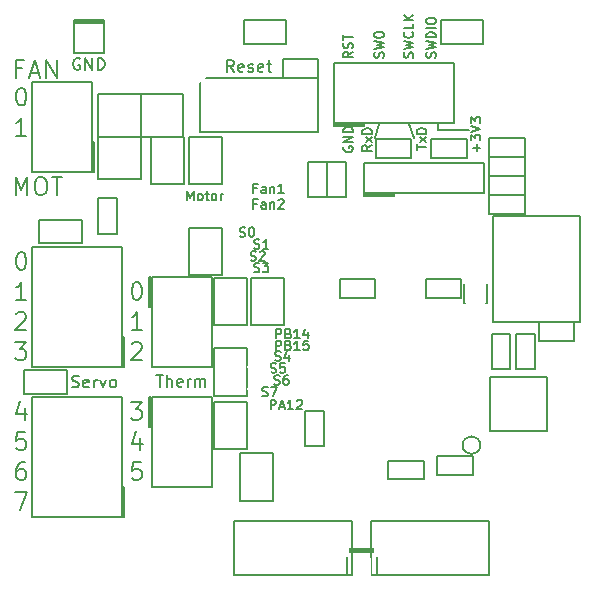
<source format=gto>
G04 #@! TF.FileFunction,Legend,Top*
%FSLAX46Y46*%
G04 Gerber Fmt 4.6, Leading zero omitted, Abs format (unit mm)*
G04 Created by KiCad (PCBNEW 4.0.0-rc1-stable) date 2016-02-04 20:23:29*
%MOMM*%
G01*
G04 APERTURE LIST*
%ADD10C,0.100000*%
%ADD11C,0.152000*%
%ADD12C,0.200000*%
%ADD13C,0.150000*%
%ADD14C,1.700000*%
%ADD15C,2.000000*%
%ADD16C,1.800000*%
%ADD17R,1.600000X2.000000*%
%ADD18O,1.600000X2.000000*%
%ADD19O,5.200000X5.200000*%
%ADD20R,1.000000X1.000000*%
%ADD21R,1.000000X0.750000*%
%ADD22R,4.300000X0.900000*%
%ADD23R,4.300000X1.200000*%
%ADD24R,1.150000X1.200000*%
%ADD25R,1.200000X1.150000*%
%ADD26R,1.450000X1.700000*%
%ADD27R,1.400000X1.650000*%
%ADD28R,1.100000X1.000000*%
%ADD29R,3.900000X2.400000*%
%ADD30R,1.600000X2.400000*%
%ADD31R,2.000000X1.600000*%
%ADD32O,2.000000X1.600000*%
%ADD33R,1.700000X1.600000*%
%ADD34O,1.600000X1.800000*%
%ADD35R,1.700000X0.500000*%
%ADD36R,0.500000X1.700000*%
%ADD37C,7.700000*%
%ADD38C,0.850000*%
%ADD39C,1.200000*%
%ADD40R,1.500000X1.500000*%
G04 APERTURE END LIST*
D10*
D11*
X81100000Y-61900000D02*
X81500000Y-60700000D01*
X84000000Y-60700000D02*
X84400000Y-61900000D01*
X86500000Y-61200000D02*
X86500000Y-60900000D01*
X89100000Y-61200000D02*
X86500000Y-61200000D01*
X86500000Y-60700000D02*
X86500000Y-60900000D01*
X89757143Y-63009524D02*
X89757143Y-62400000D01*
X90061905Y-62704762D02*
X89452381Y-62704762D01*
X89261905Y-62095238D02*
X89261905Y-61600000D01*
X89566667Y-61866667D01*
X89566667Y-61752381D01*
X89604762Y-61676191D01*
X89642857Y-61638095D01*
X89719048Y-61600000D01*
X89909524Y-61600000D01*
X89985714Y-61638095D01*
X90023810Y-61676191D01*
X90061905Y-61752381D01*
X90061905Y-61980953D01*
X90023810Y-62057143D01*
X89985714Y-62095238D01*
X89261905Y-61371429D02*
X90061905Y-61104762D01*
X89261905Y-60838095D01*
X89261905Y-60647619D02*
X89261905Y-60152381D01*
X89566667Y-60419048D01*
X89566667Y-60304762D01*
X89604762Y-60228572D01*
X89642857Y-60190476D01*
X89719048Y-60152381D01*
X89909524Y-60152381D01*
X89985714Y-60190476D01*
X90023810Y-60228572D01*
X90061905Y-60304762D01*
X90061905Y-60533334D01*
X90023810Y-60609524D01*
X89985714Y-60647619D01*
X84661905Y-62880953D02*
X84661905Y-62423810D01*
X85461905Y-62652381D02*
X84661905Y-62652381D01*
X85461905Y-62233333D02*
X84928571Y-61814286D01*
X84928571Y-62233333D02*
X85461905Y-61814286D01*
X85461905Y-61509524D02*
X84661905Y-61509524D01*
X84661905Y-61319048D01*
X84700000Y-61204762D01*
X84776190Y-61128571D01*
X84852381Y-61090476D01*
X85004762Y-61052381D01*
X85119048Y-61052381D01*
X85271429Y-61090476D01*
X85347619Y-61128571D01*
X85423810Y-61204762D01*
X85461905Y-61319048D01*
X85461905Y-61509524D01*
X80861905Y-62500000D02*
X80480952Y-62766667D01*
X80861905Y-62957143D02*
X80061905Y-62957143D01*
X80061905Y-62652381D01*
X80100000Y-62576190D01*
X80138095Y-62538095D01*
X80214286Y-62500000D01*
X80328571Y-62500000D01*
X80404762Y-62538095D01*
X80442857Y-62576190D01*
X80480952Y-62652381D01*
X80480952Y-62957143D01*
X80861905Y-62233333D02*
X80328571Y-61814286D01*
X80328571Y-62233333D02*
X80861905Y-61814286D01*
X80861905Y-61509524D02*
X80061905Y-61509524D01*
X80061905Y-61319048D01*
X80100000Y-61204762D01*
X80176190Y-61128571D01*
X80252381Y-61090476D01*
X80404762Y-61052381D01*
X80519048Y-61052381D01*
X80671429Y-61090476D01*
X80747619Y-61128571D01*
X80823810Y-61204762D01*
X80861905Y-61319048D01*
X80861905Y-61509524D01*
X78500000Y-62628571D02*
X78461905Y-62704762D01*
X78461905Y-62819047D01*
X78500000Y-62933333D01*
X78576190Y-63009524D01*
X78652381Y-63047619D01*
X78804762Y-63085714D01*
X78919048Y-63085714D01*
X79071429Y-63047619D01*
X79147619Y-63009524D01*
X79223810Y-62933333D01*
X79261905Y-62819047D01*
X79261905Y-62742857D01*
X79223810Y-62628571D01*
X79185714Y-62590476D01*
X78919048Y-62590476D01*
X78919048Y-62742857D01*
X79261905Y-62247619D02*
X78461905Y-62247619D01*
X79261905Y-61790476D01*
X78461905Y-61790476D01*
X79261905Y-61409524D02*
X78461905Y-61409524D01*
X78461905Y-61219048D01*
X78500000Y-61104762D01*
X78576190Y-61028571D01*
X78652381Y-60990476D01*
X78804762Y-60952381D01*
X78919048Y-60952381D01*
X79071429Y-60990476D01*
X79147619Y-61028571D01*
X79223810Y-61104762D01*
X79261905Y-61219048D01*
X79261905Y-61409524D01*
X86223810Y-55092619D02*
X86261905Y-54978333D01*
X86261905Y-54787857D01*
X86223810Y-54711667D01*
X86185714Y-54673571D01*
X86109524Y-54635476D01*
X86033333Y-54635476D01*
X85957143Y-54673571D01*
X85919048Y-54711667D01*
X85880952Y-54787857D01*
X85842857Y-54940238D01*
X85804762Y-55016429D01*
X85766667Y-55054524D01*
X85690476Y-55092619D01*
X85614286Y-55092619D01*
X85538095Y-55054524D01*
X85500000Y-55016429D01*
X85461905Y-54940238D01*
X85461905Y-54749762D01*
X85500000Y-54635476D01*
X85461905Y-54368809D02*
X86261905Y-54178333D01*
X85690476Y-54025952D01*
X86261905Y-53873571D01*
X85461905Y-53683095D01*
X86261905Y-53378333D02*
X85461905Y-53378333D01*
X85461905Y-53187857D01*
X85500000Y-53073571D01*
X85576190Y-52997380D01*
X85652381Y-52959285D01*
X85804762Y-52921190D01*
X85919048Y-52921190D01*
X86071429Y-52959285D01*
X86147619Y-52997380D01*
X86223810Y-53073571D01*
X86261905Y-53187857D01*
X86261905Y-53378333D01*
X86261905Y-52578333D02*
X85461905Y-52578333D01*
X85461905Y-52045000D02*
X85461905Y-51892619D01*
X85500000Y-51816428D01*
X85576190Y-51740238D01*
X85728571Y-51702143D01*
X85995238Y-51702143D01*
X86147619Y-51740238D01*
X86223810Y-51816428D01*
X86261905Y-51892619D01*
X86261905Y-52045000D01*
X86223810Y-52121190D01*
X86147619Y-52197381D01*
X85995238Y-52235476D01*
X85728571Y-52235476D01*
X85576190Y-52197381D01*
X85500000Y-52121190D01*
X85461905Y-52045000D01*
X84323810Y-55092619D02*
X84361905Y-54978333D01*
X84361905Y-54787857D01*
X84323810Y-54711667D01*
X84285714Y-54673571D01*
X84209524Y-54635476D01*
X84133333Y-54635476D01*
X84057143Y-54673571D01*
X84019048Y-54711667D01*
X83980952Y-54787857D01*
X83942857Y-54940238D01*
X83904762Y-55016429D01*
X83866667Y-55054524D01*
X83790476Y-55092619D01*
X83714286Y-55092619D01*
X83638095Y-55054524D01*
X83600000Y-55016429D01*
X83561905Y-54940238D01*
X83561905Y-54749762D01*
X83600000Y-54635476D01*
X83561905Y-54368809D02*
X84361905Y-54178333D01*
X83790476Y-54025952D01*
X84361905Y-53873571D01*
X83561905Y-53683095D01*
X84285714Y-52921190D02*
X84323810Y-52959285D01*
X84361905Y-53073571D01*
X84361905Y-53149761D01*
X84323810Y-53264047D01*
X84247619Y-53340238D01*
X84171429Y-53378333D01*
X84019048Y-53416428D01*
X83904762Y-53416428D01*
X83752381Y-53378333D01*
X83676190Y-53340238D01*
X83600000Y-53264047D01*
X83561905Y-53149761D01*
X83561905Y-53073571D01*
X83600000Y-52959285D01*
X83638095Y-52921190D01*
X84361905Y-52197380D02*
X84361905Y-52578333D01*
X83561905Y-52578333D01*
X84361905Y-51930714D02*
X83561905Y-51930714D01*
X84361905Y-51473571D02*
X83904762Y-51816428D01*
X83561905Y-51473571D02*
X84019048Y-51930714D01*
X81823810Y-55092619D02*
X81861905Y-54978333D01*
X81861905Y-54787857D01*
X81823810Y-54711667D01*
X81785714Y-54673571D01*
X81709524Y-54635476D01*
X81633333Y-54635476D01*
X81557143Y-54673571D01*
X81519048Y-54711667D01*
X81480952Y-54787857D01*
X81442857Y-54940238D01*
X81404762Y-55016429D01*
X81366667Y-55054524D01*
X81290476Y-55092619D01*
X81214286Y-55092619D01*
X81138095Y-55054524D01*
X81100000Y-55016429D01*
X81061905Y-54940238D01*
X81061905Y-54749762D01*
X81100000Y-54635476D01*
X81061905Y-54368809D02*
X81861905Y-54178333D01*
X81290476Y-54025952D01*
X81861905Y-53873571D01*
X81061905Y-53683095D01*
X81061905Y-53225952D02*
X81061905Y-53073571D01*
X81100000Y-52997380D01*
X81176190Y-52921190D01*
X81328571Y-52883095D01*
X81595238Y-52883095D01*
X81747619Y-52921190D01*
X81823810Y-52997380D01*
X81861905Y-53073571D01*
X81861905Y-53225952D01*
X81823810Y-53302142D01*
X81747619Y-53378333D01*
X81595238Y-53416428D01*
X81328571Y-53416428D01*
X81176190Y-53378333D01*
X81100000Y-53302142D01*
X81061905Y-53225952D01*
X79261905Y-54597381D02*
X78880952Y-54864048D01*
X79261905Y-55054524D02*
X78461905Y-55054524D01*
X78461905Y-54749762D01*
X78500000Y-54673571D01*
X78538095Y-54635476D01*
X78614286Y-54597381D01*
X78728571Y-54597381D01*
X78804762Y-54635476D01*
X78842857Y-54673571D01*
X78880952Y-54749762D01*
X78880952Y-55054524D01*
X79223810Y-54292619D02*
X79261905Y-54178333D01*
X79261905Y-53987857D01*
X79223810Y-53911667D01*
X79185714Y-53873571D01*
X79109524Y-53835476D01*
X79033333Y-53835476D01*
X78957143Y-53873571D01*
X78919048Y-53911667D01*
X78880952Y-53987857D01*
X78842857Y-54140238D01*
X78804762Y-54216429D01*
X78766667Y-54254524D01*
X78690476Y-54292619D01*
X78614286Y-54292619D01*
X78538095Y-54254524D01*
X78500000Y-54216429D01*
X78461905Y-54140238D01*
X78461905Y-53949762D01*
X78500000Y-53835476D01*
X78461905Y-53606905D02*
X78461905Y-53149762D01*
X79261905Y-53378333D02*
X78461905Y-53378333D01*
D12*
X51609572Y-61678571D02*
X50752429Y-61678571D01*
X51181001Y-61678571D02*
X51181001Y-60178571D01*
X51038144Y-60392857D01*
X50895286Y-60535714D01*
X50752429Y-60607143D01*
X51109572Y-57628571D02*
X51252429Y-57628571D01*
X51395286Y-57700000D01*
X51466715Y-57771429D01*
X51538144Y-57914286D01*
X51609572Y-58200000D01*
X51609572Y-58557143D01*
X51538144Y-58842857D01*
X51466715Y-58985714D01*
X51395286Y-59057143D01*
X51252429Y-59128571D01*
X51109572Y-59128571D01*
X50966715Y-59057143D01*
X50895286Y-58985714D01*
X50823858Y-58842857D01*
X50752429Y-58557143D01*
X50752429Y-58200000D01*
X50823858Y-57914286D01*
X50895286Y-57771429D01*
X50966715Y-57700000D01*
X51109572Y-57628571D01*
X51235715Y-55992857D02*
X50735715Y-55992857D01*
X50735715Y-56778571D02*
X50735715Y-55278571D01*
X51450001Y-55278571D01*
X51950000Y-56350000D02*
X52664286Y-56350000D01*
X51807143Y-56778571D02*
X52307143Y-55278571D01*
X52807143Y-56778571D01*
X53307143Y-56778571D02*
X53307143Y-55278571D01*
X54164286Y-56778571D01*
X54164286Y-55278571D01*
X50692857Y-66728571D02*
X50692857Y-65228571D01*
X51192857Y-66300000D01*
X51692857Y-65228571D01*
X51692857Y-66728571D01*
X52692857Y-65228571D02*
X52978571Y-65228571D01*
X53121429Y-65300000D01*
X53264286Y-65442857D01*
X53335714Y-65728571D01*
X53335714Y-66228571D01*
X53264286Y-66514286D01*
X53121429Y-66657143D01*
X52978571Y-66728571D01*
X52692857Y-66728571D01*
X52550000Y-66657143D01*
X52407143Y-66514286D01*
X52335714Y-66228571D01*
X52335714Y-65728571D01*
X52407143Y-65442857D01*
X52550000Y-65300000D01*
X52692857Y-65228571D01*
X53764286Y-65228571D02*
X54621429Y-65228571D01*
X54192858Y-66728571D02*
X54192858Y-65228571D01*
X60888572Y-74108571D02*
X61031429Y-74108571D01*
X61174286Y-74180000D01*
X61245715Y-74251429D01*
X61317144Y-74394286D01*
X61388572Y-74680000D01*
X61388572Y-75037143D01*
X61317144Y-75322857D01*
X61245715Y-75465714D01*
X61174286Y-75537143D01*
X61031429Y-75608571D01*
X60888572Y-75608571D01*
X60745715Y-75537143D01*
X60674286Y-75465714D01*
X60602858Y-75322857D01*
X60531429Y-75037143D01*
X60531429Y-74680000D01*
X60602858Y-74394286D01*
X60674286Y-74251429D01*
X60745715Y-74180000D01*
X60888572Y-74108571D01*
X61388572Y-78148571D02*
X60531429Y-78148571D01*
X60960001Y-78148571D02*
X60960001Y-76648571D01*
X60817144Y-76862857D01*
X60674286Y-77005714D01*
X60531429Y-77077143D01*
X60460001Y-84268571D02*
X61388572Y-84268571D01*
X60888572Y-84840000D01*
X61102858Y-84840000D01*
X61245715Y-84911429D01*
X61317144Y-84982857D01*
X61388572Y-85125714D01*
X61388572Y-85482857D01*
X61317144Y-85625714D01*
X61245715Y-85697143D01*
X61102858Y-85768571D01*
X60674286Y-85768571D01*
X60531429Y-85697143D01*
X60460001Y-85625714D01*
X61245715Y-87308571D02*
X61245715Y-88308571D01*
X60888572Y-86737143D02*
X60531429Y-87808571D01*
X61460001Y-87808571D01*
X60531429Y-79331429D02*
X60602858Y-79260000D01*
X60745715Y-79188571D01*
X61102858Y-79188571D01*
X61245715Y-79260000D01*
X61317144Y-79331429D01*
X61388572Y-79474286D01*
X61388572Y-79617143D01*
X61317144Y-79831429D01*
X60460001Y-80688571D01*
X61388572Y-80688571D01*
X61317144Y-89348571D02*
X60602858Y-89348571D01*
X60531429Y-90062857D01*
X60602858Y-89991429D01*
X60745715Y-89920000D01*
X61102858Y-89920000D01*
X61245715Y-89991429D01*
X61317144Y-90062857D01*
X61388572Y-90205714D01*
X61388572Y-90562857D01*
X61317144Y-90705714D01*
X61245715Y-90777143D01*
X61102858Y-90848571D01*
X60745715Y-90848571D01*
X60602858Y-90777143D01*
X60531429Y-90705714D01*
X51109572Y-71568571D02*
X51252429Y-71568571D01*
X51395286Y-71640000D01*
X51466715Y-71711429D01*
X51538144Y-71854286D01*
X51609572Y-72140000D01*
X51609572Y-72497143D01*
X51538144Y-72782857D01*
X51466715Y-72925714D01*
X51395286Y-72997143D01*
X51252429Y-73068571D01*
X51109572Y-73068571D01*
X50966715Y-72997143D01*
X50895286Y-72925714D01*
X50823858Y-72782857D01*
X50752429Y-72497143D01*
X50752429Y-72140000D01*
X50823858Y-71854286D01*
X50895286Y-71711429D01*
X50966715Y-71640000D01*
X51109572Y-71568571D01*
X51466715Y-89348571D02*
X51181001Y-89348571D01*
X51038144Y-89420000D01*
X50966715Y-89491429D01*
X50823858Y-89705714D01*
X50752429Y-89991429D01*
X50752429Y-90562857D01*
X50823858Y-90705714D01*
X50895286Y-90777143D01*
X51038144Y-90848571D01*
X51323858Y-90848571D01*
X51466715Y-90777143D01*
X51538144Y-90705714D01*
X51609572Y-90562857D01*
X51609572Y-90205714D01*
X51538144Y-90062857D01*
X51466715Y-89991429D01*
X51323858Y-89920000D01*
X51038144Y-89920000D01*
X50895286Y-89991429D01*
X50823858Y-90062857D01*
X50752429Y-90205714D01*
X50681001Y-91888571D02*
X51681001Y-91888571D01*
X51038144Y-93388571D01*
X51538144Y-86808571D02*
X50823858Y-86808571D01*
X50752429Y-87522857D01*
X50823858Y-87451429D01*
X50966715Y-87380000D01*
X51323858Y-87380000D01*
X51466715Y-87451429D01*
X51538144Y-87522857D01*
X51609572Y-87665714D01*
X51609572Y-88022857D01*
X51538144Y-88165714D01*
X51466715Y-88237143D01*
X51323858Y-88308571D01*
X50966715Y-88308571D01*
X50823858Y-88237143D01*
X50752429Y-88165714D01*
X51466715Y-84768571D02*
X51466715Y-85768571D01*
X51109572Y-84197143D02*
X50752429Y-85268571D01*
X51681001Y-85268571D01*
X50681001Y-79188571D02*
X51609572Y-79188571D01*
X51109572Y-79760000D01*
X51323858Y-79760000D01*
X51466715Y-79831429D01*
X51538144Y-79902857D01*
X51609572Y-80045714D01*
X51609572Y-80402857D01*
X51538144Y-80545714D01*
X51466715Y-80617143D01*
X51323858Y-80688571D01*
X50895286Y-80688571D01*
X50752429Y-80617143D01*
X50681001Y-80545714D01*
X50752429Y-76791429D02*
X50823858Y-76720000D01*
X50966715Y-76648571D01*
X51323858Y-76648571D01*
X51466715Y-76720000D01*
X51538144Y-76791429D01*
X51609572Y-76934286D01*
X51609572Y-77077143D01*
X51538144Y-77291429D01*
X50681001Y-78148571D01*
X51609572Y-78148571D01*
X51609572Y-75608571D02*
X50752429Y-75608571D01*
X51181001Y-75608571D02*
X51181001Y-74108571D01*
X51038144Y-74322857D01*
X50895286Y-74465714D01*
X50752429Y-74537143D01*
D11*
X80220000Y-66570000D02*
X80220000Y-64030000D01*
X80220000Y-64030000D02*
X90380000Y-64030000D01*
X90380000Y-64030000D02*
X90380000Y-66570000D01*
X90380000Y-66570000D02*
X80220000Y-66570000D01*
X80220000Y-66799000D02*
X80220000Y-66646000D01*
X80220000Y-66646000D02*
X82760000Y-66646000D01*
X82760000Y-66646000D02*
X82760000Y-66799000D01*
X82760000Y-66799000D02*
X80220000Y-66799000D01*
X70600000Y-73700000D02*
X73400000Y-73700000D01*
X73400000Y-73700000D02*
X73400000Y-77700000D01*
X73400000Y-77700000D02*
X70600000Y-77700000D01*
X70600000Y-77700000D02*
X70600000Y-73700000D01*
X90900000Y-82100000D02*
X95700000Y-82100000D01*
X95700000Y-82100000D02*
X95700000Y-86700000D01*
X95700000Y-86700000D02*
X90900000Y-86700000D01*
X90900000Y-86700000D02*
X90900000Y-82100000D01*
X68200000Y-73500000D02*
X65400000Y-73500000D01*
X65400000Y-73500000D02*
X65400000Y-69500000D01*
X65400000Y-69500000D02*
X68200000Y-69500000D01*
X68200000Y-69500000D02*
X68200000Y-73500000D01*
X76800000Y-88000000D02*
X75200000Y-88000000D01*
X75200000Y-88000000D02*
X75200000Y-85000000D01*
X75200000Y-85000000D02*
X76800000Y-85000000D01*
X76800000Y-85000000D02*
X76800000Y-88000000D01*
X85450000Y-75400000D02*
X85450000Y-73800000D01*
X85450000Y-73800000D02*
X88450000Y-73800000D01*
X88450000Y-73800000D02*
X88450000Y-75400000D01*
X88450000Y-75400000D02*
X85450000Y-75400000D01*
X78150000Y-75400000D02*
X78150000Y-73800000D01*
X78150000Y-73800000D02*
X81150000Y-73800000D01*
X81150000Y-73800000D02*
X81150000Y-75400000D01*
X81150000Y-75400000D02*
X78150000Y-75400000D01*
X98000000Y-77500000D02*
X98000000Y-79100000D01*
X98000000Y-79100000D02*
X95000000Y-79100000D01*
X95000000Y-79100000D02*
X95000000Y-77500000D01*
X95000000Y-77500000D02*
X98000000Y-77500000D01*
X90626000Y-74250000D02*
X90626000Y-75826000D01*
X90626000Y-75826000D02*
X90531000Y-75826000D01*
X88674000Y-74250000D02*
X88674000Y-75826000D01*
X88674000Y-75826000D02*
X88769000Y-75826000D01*
X55050000Y-81550000D02*
X55050000Y-83550000D01*
X55050000Y-83550000D02*
X51450000Y-83550000D01*
X51450000Y-83550000D02*
X51450000Y-81550000D01*
X51450000Y-81550000D02*
X55050000Y-81550000D01*
X56300000Y-68800000D02*
X56300000Y-70800000D01*
X56300000Y-70800000D02*
X52700000Y-70800000D01*
X52700000Y-70800000D02*
X52700000Y-68800000D01*
X52700000Y-68800000D02*
X56300000Y-68800000D01*
X90300000Y-51900000D02*
X90300000Y-53900000D01*
X90300000Y-53900000D02*
X86700000Y-53900000D01*
X86700000Y-53900000D02*
X86700000Y-51900000D01*
X86700000Y-51900000D02*
X90300000Y-51900000D01*
X70000000Y-53900000D02*
X70000000Y-51900000D01*
X70000000Y-51900000D02*
X73600000Y-51900000D01*
X73600000Y-51900000D02*
X73600000Y-53900000D01*
X73600000Y-53900000D02*
X70000000Y-53900000D01*
X70300000Y-83700000D02*
X67500000Y-83700000D01*
X67500000Y-83700000D02*
X67500000Y-79700000D01*
X67500000Y-79700000D02*
X70300000Y-79700000D01*
X70300000Y-79700000D02*
X70300000Y-83700000D01*
X61300000Y-65400000D02*
X57700000Y-65400000D01*
X57700000Y-65400000D02*
X57700000Y-61800000D01*
X57700000Y-61800000D02*
X61300000Y-61800000D01*
X61300000Y-61800000D02*
X61300000Y-65400000D01*
X64900000Y-61800000D02*
X61300000Y-61800000D01*
X61300000Y-61800000D02*
X61300000Y-58200000D01*
X61300000Y-58200000D02*
X64900000Y-58200000D01*
X64900000Y-58200000D02*
X64900000Y-61800000D01*
X61300000Y-61800000D02*
X57700000Y-61800000D01*
X57700000Y-61800000D02*
X57700000Y-58200000D01*
X57700000Y-58200000D02*
X61300000Y-58200000D01*
X61300000Y-58200000D02*
X61300000Y-61800000D01*
X91100000Y-77500000D02*
X91100000Y-68500000D01*
X91100000Y-68500000D02*
X98500000Y-68500000D01*
X98500000Y-68500000D02*
X98500000Y-77500000D01*
X98500000Y-77500000D02*
X91100000Y-77500000D01*
X59690000Y-83820000D02*
X59690000Y-93980000D01*
X59690000Y-93980000D02*
X52070000Y-93980000D01*
X52070000Y-93980000D02*
X52070000Y-83820000D01*
X52070000Y-83820000D02*
X59690000Y-83820000D01*
X59919000Y-91440000D02*
X59919000Y-93980000D01*
X59919000Y-93980000D02*
X59766000Y-93980000D01*
X59766000Y-93980000D02*
X59766000Y-91440000D01*
X59766000Y-91440000D02*
X59919000Y-91440000D01*
X59690000Y-71120000D02*
X59690000Y-81280000D01*
X59690000Y-81280000D02*
X52070000Y-81280000D01*
X52070000Y-81280000D02*
X52070000Y-71120000D01*
X52070000Y-71120000D02*
X59690000Y-71120000D01*
X59919000Y-78740000D02*
X59919000Y-81280000D01*
X59919000Y-81280000D02*
X59766000Y-81280000D01*
X59766000Y-81280000D02*
X59766000Y-78740000D01*
X59766000Y-78740000D02*
X59919000Y-78740000D01*
X62230000Y-81280000D02*
X62230000Y-73660000D01*
X62230000Y-73660000D02*
X67310000Y-73660000D01*
X67310000Y-73660000D02*
X67310000Y-81280000D01*
X67310000Y-81280000D02*
X62230000Y-81280000D01*
X62001000Y-76200000D02*
X62001000Y-73660000D01*
X62001000Y-73660000D02*
X62154000Y-73660000D01*
X62154000Y-73660000D02*
X62154000Y-76200000D01*
X62154000Y-76200000D02*
X62001000Y-76200000D01*
X62230000Y-91440000D02*
X62230000Y-83820000D01*
X62230000Y-83820000D02*
X67310000Y-83820000D01*
X67310000Y-83820000D02*
X67310000Y-91440000D01*
X67310000Y-91440000D02*
X62230000Y-91440000D01*
X62001000Y-86360000D02*
X62001000Y-83820000D01*
X62001000Y-83820000D02*
X62154000Y-83820000D01*
X62154000Y-83820000D02*
X62154000Y-86360000D01*
X62154000Y-86360000D02*
X62001000Y-86360000D01*
X57150000Y-57150000D02*
X57150000Y-64770000D01*
X57150000Y-64770000D02*
X52070000Y-64770000D01*
X52070000Y-64770000D02*
X52070000Y-57150000D01*
X52070000Y-57150000D02*
X57150000Y-57150000D01*
X57379000Y-62230000D02*
X57379000Y-64770000D01*
X57379000Y-64770000D02*
X57226000Y-64770000D01*
X57226000Y-64770000D02*
X57226000Y-62230000D01*
X57226000Y-62230000D02*
X57379000Y-62230000D01*
X64925000Y-65800000D02*
X62125000Y-65800000D01*
X62125000Y-65800000D02*
X62125000Y-61800000D01*
X62125000Y-61800000D02*
X64925000Y-61800000D01*
X64925000Y-61800000D02*
X64925000Y-65800000D01*
X91000000Y-78445800D02*
X92600000Y-78445800D01*
X92600000Y-78445800D02*
X92600000Y-81445800D01*
X92600000Y-81445800D02*
X91000000Y-81445800D01*
X91000000Y-81445800D02*
X91000000Y-78445800D01*
X73300000Y-56800000D02*
X73300000Y-55200000D01*
X73300000Y-55200000D02*
X76300000Y-55200000D01*
X76300000Y-55200000D02*
X76300000Y-56800000D01*
X76300000Y-56800000D02*
X73300000Y-56800000D01*
X89400000Y-88850000D02*
X89400000Y-90450000D01*
X89400000Y-90450000D02*
X86400000Y-90450000D01*
X86400000Y-90450000D02*
X86400000Y-88850000D01*
X86400000Y-88850000D02*
X89400000Y-88850000D01*
X67500000Y-73700000D02*
X70300000Y-73700000D01*
X70300000Y-73700000D02*
X70300000Y-77700000D01*
X70300000Y-77700000D02*
X67500000Y-77700000D01*
X67500000Y-77700000D02*
X67500000Y-73700000D01*
X67500000Y-84200000D02*
X70300000Y-84200000D01*
X70300000Y-84200000D02*
X70300000Y-88200000D01*
X70300000Y-88200000D02*
X67500000Y-88200000D01*
X67500000Y-88200000D02*
X67500000Y-84200000D01*
X90800000Y-98900000D02*
X80800000Y-98900000D01*
X80800000Y-98900000D02*
X80800000Y-94300000D01*
X80800000Y-94300000D02*
X90800000Y-94300000D01*
X90800000Y-94300000D02*
X90800000Y-98900000D01*
X76300000Y-61400000D02*
X66300000Y-61400000D01*
X66300000Y-61400000D02*
X66300000Y-56800000D01*
X66300000Y-56800000D02*
X76300000Y-56800000D01*
X76300000Y-56800000D02*
X76300000Y-61400000D01*
X84200000Y-62000000D02*
X84200000Y-63600000D01*
X84200000Y-63600000D02*
X81200000Y-63600000D01*
X81200000Y-63600000D02*
X81200000Y-62000000D01*
X81200000Y-62000000D02*
X84200000Y-62000000D01*
X69700000Y-88600000D02*
X72500000Y-88600000D01*
X72500000Y-88600000D02*
X72500000Y-92600000D01*
X72500000Y-92600000D02*
X69700000Y-92600000D01*
X69700000Y-92600000D02*
X69700000Y-88600000D01*
X87780000Y-60640000D02*
X77620000Y-60640000D01*
X77620000Y-60640000D02*
X77620000Y-55560000D01*
X77620000Y-55560000D02*
X87780000Y-55560000D01*
X87780000Y-55560000D02*
X87780000Y-60640000D01*
X80160000Y-60869000D02*
X77620000Y-60869000D01*
X77620000Y-60869000D02*
X77620000Y-60716000D01*
X77620000Y-60716000D02*
X80160000Y-60716000D01*
X80160000Y-60716000D02*
X80160000Y-60869000D01*
X57700000Y-67000000D02*
X59300000Y-67000000D01*
X59300000Y-67000000D02*
X59300000Y-70000000D01*
X59300000Y-70000000D02*
X57700000Y-70000000D01*
X57700000Y-70000000D02*
X57700000Y-67000000D01*
X90050000Y-87900000D02*
G75*
G03X90050000Y-87900000I-750000J0D01*
G01*
X68200000Y-65800000D02*
X65400000Y-65800000D01*
X65400000Y-65800000D02*
X65400000Y-61800000D01*
X65400000Y-61800000D02*
X68200000Y-61800000D01*
X68200000Y-61800000D02*
X68200000Y-65800000D01*
X94700000Y-81445800D02*
X93100000Y-81445800D01*
X93100000Y-81445800D02*
X93100000Y-78445800D01*
X93100000Y-78445800D02*
X94700000Y-78445800D01*
X94700000Y-78445800D02*
X94700000Y-81445800D01*
X85250000Y-89200000D02*
X85250000Y-90800000D01*
X85250000Y-90800000D02*
X82250000Y-90800000D01*
X82250000Y-90800000D02*
X82250000Y-89200000D01*
X82250000Y-89200000D02*
X85250000Y-89200000D01*
X93800000Y-66700000D02*
X93800000Y-68300000D01*
X93800000Y-68300000D02*
X90800000Y-68300000D01*
X90800000Y-68300000D02*
X90800000Y-66700000D01*
X90800000Y-66700000D02*
X93800000Y-66700000D01*
X90800000Y-66700000D02*
X90800000Y-65100000D01*
X90800000Y-65100000D02*
X93800000Y-65100000D01*
X93800000Y-65100000D02*
X93800000Y-66700000D01*
X93800000Y-66700000D02*
X90800000Y-66700000D01*
X93800000Y-61900000D02*
X93800000Y-63500000D01*
X93800000Y-63500000D02*
X90800000Y-63500000D01*
X90800000Y-63500000D02*
X90800000Y-61900000D01*
X90800000Y-61900000D02*
X93800000Y-61900000D01*
X93800000Y-63500000D02*
X93800000Y-65100000D01*
X93800000Y-65100000D02*
X90800000Y-65100000D01*
X90800000Y-65100000D02*
X90800000Y-63500000D01*
X90800000Y-63500000D02*
X93800000Y-63500000D01*
X85900000Y-63600000D02*
X85900000Y-62000000D01*
X85900000Y-62000000D02*
X88900000Y-62000000D01*
X88900000Y-62000000D02*
X88900000Y-63600000D01*
X88900000Y-63600000D02*
X85900000Y-63600000D01*
X78700000Y-66900000D02*
X77100000Y-66900000D01*
X77100000Y-66900000D02*
X77100000Y-63900000D01*
X77100000Y-63900000D02*
X78700000Y-63900000D01*
X78700000Y-63900000D02*
X78700000Y-66900000D01*
X77100000Y-66900000D02*
X75500000Y-66900000D01*
X75500000Y-66900000D02*
X75500000Y-63900000D01*
X75500000Y-63900000D02*
X77100000Y-63900000D01*
X77100000Y-63900000D02*
X77100000Y-66900000D01*
X55630000Y-52130000D02*
X58170000Y-52130000D01*
X58170000Y-52130000D02*
X58170000Y-54670000D01*
X58170000Y-54670000D02*
X55630000Y-54670000D01*
X55630000Y-54670000D02*
X55630000Y-52130000D01*
X55630000Y-51901000D02*
X58170000Y-51901000D01*
X58170000Y-51901000D02*
X58170000Y-52054000D01*
X58170000Y-52054000D02*
X55630000Y-52054000D01*
X55630000Y-52054000D02*
X55630000Y-51901000D01*
X78730000Y-96930000D02*
X81270000Y-96930000D01*
X81270000Y-96930000D02*
X81270000Y-99470000D01*
X81270000Y-99470000D02*
X78730000Y-99470000D01*
X78730000Y-99470000D02*
X78730000Y-96930000D01*
X78730000Y-96701000D02*
X81270000Y-96701000D01*
X81270000Y-96701000D02*
X81270000Y-96854000D01*
X81270000Y-96854000D02*
X78730000Y-96854000D01*
X78730000Y-96854000D02*
X78730000Y-96701000D01*
X69200000Y-94300000D02*
X79200000Y-94300000D01*
X79200000Y-94300000D02*
X79200000Y-98900000D01*
X79200000Y-98900000D02*
X69200000Y-98900000D01*
X69200000Y-98900000D02*
X69200000Y-94300000D01*
X55492857Y-82954762D02*
X55635714Y-83002381D01*
X55873810Y-83002381D01*
X55969048Y-82954762D01*
X56016667Y-82907143D01*
X56064286Y-82811905D01*
X56064286Y-82716667D01*
X56016667Y-82621429D01*
X55969048Y-82573810D01*
X55873810Y-82526190D01*
X55683333Y-82478571D01*
X55588095Y-82430952D01*
X55540476Y-82383333D01*
X55492857Y-82288095D01*
X55492857Y-82192857D01*
X55540476Y-82097619D01*
X55588095Y-82050000D01*
X55683333Y-82002381D01*
X55921429Y-82002381D01*
X56064286Y-82050000D01*
X56873810Y-82954762D02*
X56778572Y-83002381D01*
X56588095Y-83002381D01*
X56492857Y-82954762D01*
X56445238Y-82859524D01*
X56445238Y-82478571D01*
X56492857Y-82383333D01*
X56588095Y-82335714D01*
X56778572Y-82335714D01*
X56873810Y-82383333D01*
X56921429Y-82478571D01*
X56921429Y-82573810D01*
X56445238Y-82669048D01*
X57350000Y-83002381D02*
X57350000Y-82335714D01*
X57350000Y-82526190D02*
X57397619Y-82430952D01*
X57445238Y-82383333D01*
X57540476Y-82335714D01*
X57635715Y-82335714D01*
X57873810Y-82335714D02*
X58111905Y-83002381D01*
X58350001Y-82335714D01*
X58873810Y-83002381D02*
X58778572Y-82954762D01*
X58730953Y-82907143D01*
X58683334Y-82811905D01*
X58683334Y-82526190D01*
X58730953Y-82430952D01*
X58778572Y-82383333D01*
X58873810Y-82335714D01*
X59016668Y-82335714D01*
X59111906Y-82383333D01*
X59159525Y-82430952D01*
X59207144Y-82526190D01*
X59207144Y-82811905D01*
X59159525Y-82907143D01*
X59111906Y-82954762D01*
X59016668Y-83002381D01*
X58873810Y-83002381D01*
X62607143Y-81952381D02*
X63178572Y-81952381D01*
X62892857Y-82952381D02*
X62892857Y-81952381D01*
X63511905Y-82952381D02*
X63511905Y-81952381D01*
X63940477Y-82952381D02*
X63940477Y-82428571D01*
X63892858Y-82333333D01*
X63797620Y-82285714D01*
X63654762Y-82285714D01*
X63559524Y-82333333D01*
X63511905Y-82380952D01*
X64797620Y-82904762D02*
X64702382Y-82952381D01*
X64511905Y-82952381D01*
X64416667Y-82904762D01*
X64369048Y-82809524D01*
X64369048Y-82428571D01*
X64416667Y-82333333D01*
X64511905Y-82285714D01*
X64702382Y-82285714D01*
X64797620Y-82333333D01*
X64845239Y-82428571D01*
X64845239Y-82523810D01*
X64369048Y-82619048D01*
X65273810Y-82952381D02*
X65273810Y-82285714D01*
X65273810Y-82476190D02*
X65321429Y-82380952D01*
X65369048Y-82333333D01*
X65464286Y-82285714D01*
X65559525Y-82285714D01*
X65892858Y-82952381D02*
X65892858Y-82285714D01*
X65892858Y-82380952D02*
X65940477Y-82333333D01*
X66035715Y-82285714D01*
X66178573Y-82285714D01*
X66273811Y-82333333D01*
X66321430Y-82428571D01*
X66321430Y-82952381D01*
X66321430Y-82428571D02*
X66369049Y-82333333D01*
X66464287Y-82285714D01*
X66607144Y-82285714D01*
X66702382Y-82333333D01*
X66750001Y-82428571D01*
X66750001Y-82952381D01*
X69161905Y-56302381D02*
X68828571Y-55826190D01*
X68590476Y-56302381D02*
X68590476Y-55302381D01*
X68971429Y-55302381D01*
X69066667Y-55350000D01*
X69114286Y-55397619D01*
X69161905Y-55492857D01*
X69161905Y-55635714D01*
X69114286Y-55730952D01*
X69066667Y-55778571D01*
X68971429Y-55826190D01*
X68590476Y-55826190D01*
X69971429Y-56254762D02*
X69876191Y-56302381D01*
X69685714Y-56302381D01*
X69590476Y-56254762D01*
X69542857Y-56159524D01*
X69542857Y-55778571D01*
X69590476Y-55683333D01*
X69685714Y-55635714D01*
X69876191Y-55635714D01*
X69971429Y-55683333D01*
X70019048Y-55778571D01*
X70019048Y-55873810D01*
X69542857Y-55969048D01*
X70400000Y-56254762D02*
X70495238Y-56302381D01*
X70685714Y-56302381D01*
X70780953Y-56254762D01*
X70828572Y-56159524D01*
X70828572Y-56111905D01*
X70780953Y-56016667D01*
X70685714Y-55969048D01*
X70542857Y-55969048D01*
X70447619Y-55921429D01*
X70400000Y-55826190D01*
X70400000Y-55778571D01*
X70447619Y-55683333D01*
X70542857Y-55635714D01*
X70685714Y-55635714D01*
X70780953Y-55683333D01*
X71638096Y-56254762D02*
X71542858Y-56302381D01*
X71352381Y-56302381D01*
X71257143Y-56254762D01*
X71209524Y-56159524D01*
X71209524Y-55778571D01*
X71257143Y-55683333D01*
X71352381Y-55635714D01*
X71542858Y-55635714D01*
X71638096Y-55683333D01*
X71685715Y-55778571D01*
X71685715Y-55873810D01*
X71209524Y-55969048D01*
X71971429Y-55635714D02*
X72352381Y-55635714D01*
X72114286Y-55302381D02*
X72114286Y-56159524D01*
X72161905Y-56254762D01*
X72257143Y-56302381D01*
X72352381Y-56302381D01*
D13*
X72285714Y-84861905D02*
X72285714Y-84061905D01*
X72590476Y-84061905D01*
X72666667Y-84100000D01*
X72704762Y-84138095D01*
X72742857Y-84214286D01*
X72742857Y-84328571D01*
X72704762Y-84404762D01*
X72666667Y-84442857D01*
X72590476Y-84480952D01*
X72285714Y-84480952D01*
X73047619Y-84633333D02*
X73428571Y-84633333D01*
X72971428Y-84861905D02*
X73238095Y-84061905D01*
X73504762Y-84861905D01*
X74190476Y-84861905D02*
X73733333Y-84861905D01*
X73961904Y-84861905D02*
X73961904Y-84061905D01*
X73885714Y-84176190D01*
X73809523Y-84252381D01*
X73733333Y-84290476D01*
X74495238Y-84138095D02*
X74533333Y-84100000D01*
X74609524Y-84061905D01*
X74800000Y-84061905D01*
X74876190Y-84100000D01*
X74914286Y-84138095D01*
X74952381Y-84214286D01*
X74952381Y-84290476D01*
X74914286Y-84404762D01*
X74457143Y-84861905D01*
X74952381Y-84861905D01*
X72728571Y-78861905D02*
X72728571Y-78061905D01*
X73033333Y-78061905D01*
X73109524Y-78100000D01*
X73147619Y-78138095D01*
X73185714Y-78214286D01*
X73185714Y-78328571D01*
X73147619Y-78404762D01*
X73109524Y-78442857D01*
X73033333Y-78480952D01*
X72728571Y-78480952D01*
X73795238Y-78442857D02*
X73909524Y-78480952D01*
X73947619Y-78519048D01*
X73985714Y-78595238D01*
X73985714Y-78709524D01*
X73947619Y-78785714D01*
X73909524Y-78823810D01*
X73833333Y-78861905D01*
X73528571Y-78861905D01*
X73528571Y-78061905D01*
X73795238Y-78061905D01*
X73871428Y-78100000D01*
X73909524Y-78138095D01*
X73947619Y-78214286D01*
X73947619Y-78290476D01*
X73909524Y-78366667D01*
X73871428Y-78404762D01*
X73795238Y-78442857D01*
X73528571Y-78442857D01*
X74747619Y-78861905D02*
X74290476Y-78861905D01*
X74519047Y-78861905D02*
X74519047Y-78061905D01*
X74442857Y-78176190D01*
X74366666Y-78252381D01*
X74290476Y-78290476D01*
X75433333Y-78328571D02*
X75433333Y-78861905D01*
X75242857Y-78023810D02*
X75052381Y-78595238D01*
X75547619Y-78595238D01*
X72728571Y-79861905D02*
X72728571Y-79061905D01*
X73033333Y-79061905D01*
X73109524Y-79100000D01*
X73147619Y-79138095D01*
X73185714Y-79214286D01*
X73185714Y-79328571D01*
X73147619Y-79404762D01*
X73109524Y-79442857D01*
X73033333Y-79480952D01*
X72728571Y-79480952D01*
X73795238Y-79442857D02*
X73909524Y-79480952D01*
X73947619Y-79519048D01*
X73985714Y-79595238D01*
X73985714Y-79709524D01*
X73947619Y-79785714D01*
X73909524Y-79823810D01*
X73833333Y-79861905D01*
X73528571Y-79861905D01*
X73528571Y-79061905D01*
X73795238Y-79061905D01*
X73871428Y-79100000D01*
X73909524Y-79138095D01*
X73947619Y-79214286D01*
X73947619Y-79290476D01*
X73909524Y-79366667D01*
X73871428Y-79404762D01*
X73795238Y-79442857D01*
X73528571Y-79442857D01*
X74747619Y-79861905D02*
X74290476Y-79861905D01*
X74519047Y-79861905D02*
X74519047Y-79061905D01*
X74442857Y-79176190D01*
X74366666Y-79252381D01*
X74290476Y-79290476D01*
X75471429Y-79061905D02*
X75090476Y-79061905D01*
X75052381Y-79442857D01*
X75090476Y-79404762D01*
X75166667Y-79366667D01*
X75357143Y-79366667D01*
X75433333Y-79404762D01*
X75471429Y-79442857D01*
X75509524Y-79519048D01*
X75509524Y-79709524D01*
X75471429Y-79785714D01*
X75433333Y-79823810D01*
X75357143Y-79861905D01*
X75166667Y-79861905D01*
X75090476Y-79823810D01*
X75052381Y-79785714D01*
D11*
X56138096Y-55170000D02*
X56042858Y-55122381D01*
X55900001Y-55122381D01*
X55757143Y-55170000D01*
X55661905Y-55265238D01*
X55614286Y-55360476D01*
X55566667Y-55550952D01*
X55566667Y-55693810D01*
X55614286Y-55884286D01*
X55661905Y-55979524D01*
X55757143Y-56074762D01*
X55900001Y-56122381D01*
X55995239Y-56122381D01*
X56138096Y-56074762D01*
X56185715Y-56027143D01*
X56185715Y-55693810D01*
X55995239Y-55693810D01*
X56614286Y-56122381D02*
X56614286Y-55122381D01*
X57185715Y-56122381D01*
X57185715Y-55122381D01*
X57661905Y-56122381D02*
X57661905Y-55122381D01*
X57900000Y-55122381D01*
X58042858Y-55170000D01*
X58138096Y-55265238D01*
X58185715Y-55360476D01*
X58233334Y-55550952D01*
X58233334Y-55693810D01*
X58185715Y-55884286D01*
X58138096Y-55979524D01*
X58042858Y-56074762D01*
X57900000Y-56122381D01*
X57661905Y-56122381D01*
D13*
X65233333Y-67161905D02*
X65233333Y-66361905D01*
X65500000Y-66933333D01*
X65766667Y-66361905D01*
X65766667Y-67161905D01*
X66261905Y-67161905D02*
X66185714Y-67123810D01*
X66147619Y-67085714D01*
X66109524Y-67009524D01*
X66109524Y-66780952D01*
X66147619Y-66704762D01*
X66185714Y-66666667D01*
X66261905Y-66628571D01*
X66376191Y-66628571D01*
X66452381Y-66666667D01*
X66490476Y-66704762D01*
X66528572Y-66780952D01*
X66528572Y-67009524D01*
X66490476Y-67085714D01*
X66452381Y-67123810D01*
X66376191Y-67161905D01*
X66261905Y-67161905D01*
X66757143Y-66628571D02*
X67061905Y-66628571D01*
X66871429Y-66361905D02*
X66871429Y-67047619D01*
X66909524Y-67123810D01*
X66985715Y-67161905D01*
X67061905Y-67161905D01*
X67442858Y-67161905D02*
X67366667Y-67123810D01*
X67328572Y-67085714D01*
X67290477Y-67009524D01*
X67290477Y-66780952D01*
X67328572Y-66704762D01*
X67366667Y-66666667D01*
X67442858Y-66628571D01*
X67557144Y-66628571D01*
X67633334Y-66666667D01*
X67671429Y-66704762D01*
X67709525Y-66780952D01*
X67709525Y-67009524D01*
X67671429Y-67085714D01*
X67633334Y-67123810D01*
X67557144Y-67161905D01*
X67442858Y-67161905D01*
X68052382Y-67161905D02*
X68052382Y-66628571D01*
X68052382Y-66780952D02*
X68090477Y-66704762D01*
X68128573Y-66666667D01*
X68204763Y-66628571D01*
X68280954Y-66628571D01*
X71109524Y-66142857D02*
X70842857Y-66142857D01*
X70842857Y-66561905D02*
X70842857Y-65761905D01*
X71223810Y-65761905D01*
X71871428Y-66561905D02*
X71871428Y-66142857D01*
X71833333Y-66066667D01*
X71757143Y-66028571D01*
X71604762Y-66028571D01*
X71528571Y-66066667D01*
X71871428Y-66523810D02*
X71795238Y-66561905D01*
X71604762Y-66561905D01*
X71528571Y-66523810D01*
X71490476Y-66447619D01*
X71490476Y-66371429D01*
X71528571Y-66295238D01*
X71604762Y-66257143D01*
X71795238Y-66257143D01*
X71871428Y-66219048D01*
X72252381Y-66028571D02*
X72252381Y-66561905D01*
X72252381Y-66104762D02*
X72290476Y-66066667D01*
X72366667Y-66028571D01*
X72480953Y-66028571D01*
X72557143Y-66066667D01*
X72595238Y-66142857D01*
X72595238Y-66561905D01*
X73395239Y-66561905D02*
X72938096Y-66561905D01*
X73166667Y-66561905D02*
X73166667Y-65761905D01*
X73090477Y-65876190D01*
X73014286Y-65952381D01*
X72938096Y-65990476D01*
X71109524Y-67442857D02*
X70842857Y-67442857D01*
X70842857Y-67861905D02*
X70842857Y-67061905D01*
X71223810Y-67061905D01*
X71871428Y-67861905D02*
X71871428Y-67442857D01*
X71833333Y-67366667D01*
X71757143Y-67328571D01*
X71604762Y-67328571D01*
X71528571Y-67366667D01*
X71871428Y-67823810D02*
X71795238Y-67861905D01*
X71604762Y-67861905D01*
X71528571Y-67823810D01*
X71490476Y-67747619D01*
X71490476Y-67671429D01*
X71528571Y-67595238D01*
X71604762Y-67557143D01*
X71795238Y-67557143D01*
X71871428Y-67519048D01*
X72252381Y-67328571D02*
X72252381Y-67861905D01*
X72252381Y-67404762D02*
X72290476Y-67366667D01*
X72366667Y-67328571D01*
X72480953Y-67328571D01*
X72557143Y-67366667D01*
X72595238Y-67442857D01*
X72595238Y-67861905D01*
X72938096Y-67138095D02*
X72976191Y-67100000D01*
X73052382Y-67061905D01*
X73242858Y-67061905D01*
X73319048Y-67100000D01*
X73357144Y-67138095D01*
X73395239Y-67214286D01*
X73395239Y-67290476D01*
X73357144Y-67404762D01*
X72900001Y-67861905D01*
X73395239Y-67861905D01*
X69690476Y-70223810D02*
X69804762Y-70261905D01*
X69995238Y-70261905D01*
X70071428Y-70223810D01*
X70109524Y-70185714D01*
X70147619Y-70109524D01*
X70147619Y-70033333D01*
X70109524Y-69957143D01*
X70071428Y-69919048D01*
X69995238Y-69880952D01*
X69842857Y-69842857D01*
X69766666Y-69804762D01*
X69728571Y-69766667D01*
X69690476Y-69690476D01*
X69690476Y-69614286D01*
X69728571Y-69538095D01*
X69766666Y-69500000D01*
X69842857Y-69461905D01*
X70033333Y-69461905D01*
X70147619Y-69500000D01*
X70642857Y-69461905D02*
X70719048Y-69461905D01*
X70795238Y-69500000D01*
X70833333Y-69538095D01*
X70871429Y-69614286D01*
X70909524Y-69766667D01*
X70909524Y-69957143D01*
X70871429Y-70109524D01*
X70833333Y-70185714D01*
X70795238Y-70223810D01*
X70719048Y-70261905D01*
X70642857Y-70261905D01*
X70566667Y-70223810D01*
X70528571Y-70185714D01*
X70490476Y-70109524D01*
X70452381Y-69957143D01*
X70452381Y-69766667D01*
X70490476Y-69614286D01*
X70528571Y-69538095D01*
X70566667Y-69500000D01*
X70642857Y-69461905D01*
X70890476Y-71223810D02*
X71004762Y-71261905D01*
X71195238Y-71261905D01*
X71271428Y-71223810D01*
X71309524Y-71185714D01*
X71347619Y-71109524D01*
X71347619Y-71033333D01*
X71309524Y-70957143D01*
X71271428Y-70919048D01*
X71195238Y-70880952D01*
X71042857Y-70842857D01*
X70966666Y-70804762D01*
X70928571Y-70766667D01*
X70890476Y-70690476D01*
X70890476Y-70614286D01*
X70928571Y-70538095D01*
X70966666Y-70500000D01*
X71042857Y-70461905D01*
X71233333Y-70461905D01*
X71347619Y-70500000D01*
X72109524Y-71261905D02*
X71652381Y-71261905D01*
X71880952Y-71261905D02*
X71880952Y-70461905D01*
X71804762Y-70576190D01*
X71728571Y-70652381D01*
X71652381Y-70690476D01*
X70590476Y-72223810D02*
X70704762Y-72261905D01*
X70895238Y-72261905D01*
X70971428Y-72223810D01*
X71009524Y-72185714D01*
X71047619Y-72109524D01*
X71047619Y-72033333D01*
X71009524Y-71957143D01*
X70971428Y-71919048D01*
X70895238Y-71880952D01*
X70742857Y-71842857D01*
X70666666Y-71804762D01*
X70628571Y-71766667D01*
X70590476Y-71690476D01*
X70590476Y-71614286D01*
X70628571Y-71538095D01*
X70666666Y-71500000D01*
X70742857Y-71461905D01*
X70933333Y-71461905D01*
X71047619Y-71500000D01*
X71352381Y-71538095D02*
X71390476Y-71500000D01*
X71466667Y-71461905D01*
X71657143Y-71461905D01*
X71733333Y-71500000D01*
X71771429Y-71538095D01*
X71809524Y-71614286D01*
X71809524Y-71690476D01*
X71771429Y-71804762D01*
X71314286Y-72261905D01*
X71809524Y-72261905D01*
X70890476Y-73223810D02*
X71004762Y-73261905D01*
X71195238Y-73261905D01*
X71271428Y-73223810D01*
X71309524Y-73185714D01*
X71347619Y-73109524D01*
X71347619Y-73033333D01*
X71309524Y-72957143D01*
X71271428Y-72919048D01*
X71195238Y-72880952D01*
X71042857Y-72842857D01*
X70966666Y-72804762D01*
X70928571Y-72766667D01*
X70890476Y-72690476D01*
X70890476Y-72614286D01*
X70928571Y-72538095D01*
X70966666Y-72500000D01*
X71042857Y-72461905D01*
X71233333Y-72461905D01*
X71347619Y-72500000D01*
X71614286Y-72461905D02*
X72109524Y-72461905D01*
X71842857Y-72766667D01*
X71957143Y-72766667D01*
X72033333Y-72804762D01*
X72071429Y-72842857D01*
X72109524Y-72919048D01*
X72109524Y-73109524D01*
X72071429Y-73185714D01*
X72033333Y-73223810D01*
X71957143Y-73261905D01*
X71728571Y-73261905D01*
X71652381Y-73223810D01*
X71614286Y-73185714D01*
X72690476Y-80723810D02*
X72804762Y-80761905D01*
X72995238Y-80761905D01*
X73071428Y-80723810D01*
X73109524Y-80685714D01*
X73147619Y-80609524D01*
X73147619Y-80533333D01*
X73109524Y-80457143D01*
X73071428Y-80419048D01*
X72995238Y-80380952D01*
X72842857Y-80342857D01*
X72766666Y-80304762D01*
X72728571Y-80266667D01*
X72690476Y-80190476D01*
X72690476Y-80114286D01*
X72728571Y-80038095D01*
X72766666Y-80000000D01*
X72842857Y-79961905D01*
X73033333Y-79961905D01*
X73147619Y-80000000D01*
X73833333Y-80228571D02*
X73833333Y-80761905D01*
X73642857Y-79923810D02*
X73452381Y-80495238D01*
X73947619Y-80495238D01*
X72290476Y-81723810D02*
X72404762Y-81761905D01*
X72595238Y-81761905D01*
X72671428Y-81723810D01*
X72709524Y-81685714D01*
X72747619Y-81609524D01*
X72747619Y-81533333D01*
X72709524Y-81457143D01*
X72671428Y-81419048D01*
X72595238Y-81380952D01*
X72442857Y-81342857D01*
X72366666Y-81304762D01*
X72328571Y-81266667D01*
X72290476Y-81190476D01*
X72290476Y-81114286D01*
X72328571Y-81038095D01*
X72366666Y-81000000D01*
X72442857Y-80961905D01*
X72633333Y-80961905D01*
X72747619Y-81000000D01*
X73471429Y-80961905D02*
X73090476Y-80961905D01*
X73052381Y-81342857D01*
X73090476Y-81304762D01*
X73166667Y-81266667D01*
X73357143Y-81266667D01*
X73433333Y-81304762D01*
X73471429Y-81342857D01*
X73509524Y-81419048D01*
X73509524Y-81609524D01*
X73471429Y-81685714D01*
X73433333Y-81723810D01*
X73357143Y-81761905D01*
X73166667Y-81761905D01*
X73090476Y-81723810D01*
X73052381Y-81685714D01*
X72590476Y-82723810D02*
X72704762Y-82761905D01*
X72895238Y-82761905D01*
X72971428Y-82723810D01*
X73009524Y-82685714D01*
X73047619Y-82609524D01*
X73047619Y-82533333D01*
X73009524Y-82457143D01*
X72971428Y-82419048D01*
X72895238Y-82380952D01*
X72742857Y-82342857D01*
X72666666Y-82304762D01*
X72628571Y-82266667D01*
X72590476Y-82190476D01*
X72590476Y-82114286D01*
X72628571Y-82038095D01*
X72666666Y-82000000D01*
X72742857Y-81961905D01*
X72933333Y-81961905D01*
X73047619Y-82000000D01*
X73733333Y-81961905D02*
X73580952Y-81961905D01*
X73504762Y-82000000D01*
X73466667Y-82038095D01*
X73390476Y-82152381D01*
X73352381Y-82304762D01*
X73352381Y-82609524D01*
X73390476Y-82685714D01*
X73428571Y-82723810D01*
X73504762Y-82761905D01*
X73657143Y-82761905D01*
X73733333Y-82723810D01*
X73771429Y-82685714D01*
X73809524Y-82609524D01*
X73809524Y-82419048D01*
X73771429Y-82342857D01*
X73733333Y-82304762D01*
X73657143Y-82266667D01*
X73504762Y-82266667D01*
X73428571Y-82304762D01*
X73390476Y-82342857D01*
X73352381Y-82419048D01*
X71590476Y-83723810D02*
X71704762Y-83761905D01*
X71895238Y-83761905D01*
X71971428Y-83723810D01*
X72009524Y-83685714D01*
X72047619Y-83609524D01*
X72047619Y-83533333D01*
X72009524Y-83457143D01*
X71971428Y-83419048D01*
X71895238Y-83380952D01*
X71742857Y-83342857D01*
X71666666Y-83304762D01*
X71628571Y-83266667D01*
X71590476Y-83190476D01*
X71590476Y-83114286D01*
X71628571Y-83038095D01*
X71666666Y-83000000D01*
X71742857Y-82961905D01*
X71933333Y-82961905D01*
X72047619Y-83000000D01*
X72314286Y-82961905D02*
X72847619Y-82961905D01*
X72504762Y-83761905D01*
%LPC*%
D14*
X97000000Y-91000000D02*
X100000000Y-91000000D01*
X97000000Y-87500000D02*
X100000000Y-87500000D01*
X67000000Y-54000000D02*
X67000000Y-50000000D01*
X61000000Y-54000000D02*
X61000000Y-50000000D01*
X93000000Y-54000000D02*
X93000000Y-50500000D01*
X96000000Y-57000000D02*
X100000000Y-57000000D01*
X98000000Y-51500000D02*
X99500000Y-51500000D01*
X96000000Y-93000000D02*
X100000000Y-93000000D01*
X99000000Y-95500000D02*
X99000000Y-99000000D01*
X93000000Y-96000000D02*
X93000000Y-99500000D01*
X67000000Y-96000000D02*
X67000000Y-100000000D01*
X61000000Y-96000000D02*
X61000000Y-99500000D01*
D15*
X100000000Y-100000000D02*
X59000000Y-100000000D01*
D16*
X100000000Y-50000000D02*
X100000000Y-100000000D01*
D15*
X50000000Y-50000000D02*
X100000000Y-50000000D01*
D17*
X81490000Y-65300000D03*
D18*
X84030000Y-65300000D03*
X86570000Y-65300000D03*
X89110000Y-65300000D03*
D19*
X96950000Y-89250000D03*
D20*
X71275000Y-74375000D03*
D21*
X71275000Y-75300000D03*
X71275000Y-76100000D03*
D20*
X71275000Y-77025000D03*
X72725000Y-77025000D03*
D21*
X72725000Y-76100000D03*
X72725000Y-75300000D03*
D20*
X72725000Y-74375000D03*
D22*
X93300000Y-82900000D03*
X93300000Y-85900000D03*
D23*
X93300000Y-84400000D03*
D20*
X67525000Y-72825000D03*
D21*
X67525000Y-71900000D03*
X67525000Y-71100000D03*
D20*
X67525000Y-70175000D03*
X66075000Y-70175000D03*
D21*
X66075000Y-71100000D03*
X66075000Y-71900000D03*
D20*
X66075000Y-72825000D03*
D24*
X76000000Y-87225000D03*
X76000000Y-85775000D03*
D25*
X86225000Y-74600000D03*
X87675000Y-74600000D03*
X78925000Y-74600000D03*
X80375000Y-74600000D03*
X97225000Y-78300000D03*
X95775000Y-78300000D03*
D26*
X89650000Y-75350000D03*
X89650000Y-73150000D03*
D27*
X54100000Y-82550000D03*
X52400000Y-82550000D03*
X55350000Y-69800000D03*
X53650000Y-69800000D03*
X89350000Y-52900000D03*
X87650000Y-52900000D03*
X70950000Y-52900000D03*
X72650000Y-52900000D03*
D20*
X69625000Y-83025000D03*
D21*
X69625000Y-82100000D03*
X69625000Y-81300000D03*
D20*
X69625000Y-80375000D03*
X68175000Y-80375000D03*
D21*
X68175000Y-81300000D03*
X68175000Y-82100000D03*
D20*
X68175000Y-83025000D03*
D28*
X60550000Y-64550000D03*
X60550000Y-62650000D03*
X58450000Y-63600000D03*
X64150000Y-60950000D03*
X64150000Y-59050000D03*
X62050000Y-60000000D03*
X60550000Y-60950000D03*
X60550000Y-59050000D03*
X58450000Y-60000000D03*
D29*
X94800000Y-69900000D03*
D30*
X92500000Y-76100000D03*
X94800000Y-76100000D03*
X97100000Y-76100000D03*
D31*
X58420000Y-92710000D03*
D32*
X58420000Y-90170000D03*
X58420000Y-87630000D03*
X58420000Y-85090000D03*
X55880000Y-92710000D03*
X55880000Y-90170000D03*
X55880000Y-87630000D03*
X55880000Y-85090000D03*
X53340000Y-92710000D03*
X53340000Y-90170000D03*
X53340000Y-87630000D03*
X53340000Y-85090000D03*
D31*
X58420000Y-80010000D03*
D32*
X58420000Y-77470000D03*
X58420000Y-74930000D03*
X58420000Y-72390000D03*
X55880000Y-80010000D03*
X55880000Y-77470000D03*
X55880000Y-74930000D03*
X55880000Y-72390000D03*
X53340000Y-80010000D03*
X53340000Y-77470000D03*
X53340000Y-74930000D03*
X53340000Y-72390000D03*
D17*
X57040000Y-95730000D03*
D18*
X57040000Y-98270000D03*
X54500000Y-95730000D03*
X54500000Y-98270000D03*
X51960000Y-95730000D03*
X51960000Y-98270000D03*
D31*
X61230000Y-67230000D03*
D32*
X63770000Y-67230000D03*
X61230000Y-69770000D03*
X63770000Y-69770000D03*
D31*
X94980000Y-59690000D03*
D32*
X97520000Y-59690000D03*
X94980000Y-62230000D03*
X97520000Y-62230000D03*
X94980000Y-64770000D03*
X97520000Y-64770000D03*
X94980000Y-67310000D03*
X97520000Y-67310000D03*
D31*
X63500000Y-74930000D03*
D32*
X66040000Y-74930000D03*
X63500000Y-77470000D03*
X66040000Y-77470000D03*
X63500000Y-80010000D03*
X66040000Y-80010000D03*
D31*
X63500000Y-85090000D03*
D32*
X66040000Y-85090000D03*
X63500000Y-87630000D03*
X66040000Y-87630000D03*
X63500000Y-90170000D03*
X66040000Y-90170000D03*
D31*
X55880000Y-63500000D03*
D32*
X53340000Y-63500000D03*
X55880000Y-60960000D03*
X53340000Y-60960000D03*
X55880000Y-58420000D03*
X53340000Y-58420000D03*
D20*
X64250000Y-65125000D03*
D21*
X64250000Y-64200000D03*
X64250000Y-63400000D03*
D20*
X64250000Y-62475000D03*
X62800000Y-62475000D03*
D21*
X62800000Y-63400000D03*
X62800000Y-64200000D03*
D20*
X62800000Y-65125000D03*
D24*
X91800000Y-79220800D03*
X91800000Y-80670800D03*
D25*
X74075000Y-56000000D03*
X75525000Y-56000000D03*
X88625000Y-89650000D03*
X87175000Y-89650000D03*
D20*
X68175000Y-74375000D03*
D21*
X68175000Y-75300000D03*
X68175000Y-76100000D03*
D20*
X68175000Y-77025000D03*
X69625000Y-77025000D03*
D21*
X69625000Y-76100000D03*
X69625000Y-75300000D03*
D20*
X69625000Y-74375000D03*
X68175000Y-84875000D03*
D21*
X68175000Y-85800000D03*
X68175000Y-86600000D03*
D20*
X68175000Y-87525000D03*
X69625000Y-87525000D03*
D21*
X69625000Y-86600000D03*
X69625000Y-85800000D03*
D20*
X69625000Y-84875000D03*
D33*
X89700000Y-96600000D03*
X81900000Y-96600000D03*
X75200000Y-59100000D03*
X67400000Y-59100000D03*
D25*
X83425000Y-62800000D03*
X81975000Y-62800000D03*
D20*
X70375000Y-89275000D03*
D21*
X70375000Y-90200000D03*
X70375000Y-91000000D03*
D20*
X70375000Y-91925000D03*
X71825000Y-91925000D03*
D21*
X71825000Y-91000000D03*
X71825000Y-90200000D03*
D20*
X71825000Y-89275000D03*
D17*
X78890000Y-59370000D03*
D18*
X78890000Y-56830000D03*
X81430000Y-59370000D03*
X81430000Y-56830000D03*
X83970000Y-59370000D03*
X83970000Y-56830000D03*
D34*
X86510000Y-59370000D03*
X86510000Y-56830000D03*
D24*
X58500000Y-67775000D03*
X58500000Y-69225000D03*
D35*
X89300000Y-85950000D03*
X89300000Y-85450000D03*
X89300000Y-84950000D03*
X89300000Y-84450000D03*
X89300000Y-83950000D03*
X89300000Y-83450000D03*
X89300000Y-82950000D03*
X89300000Y-82450000D03*
X89300000Y-81950000D03*
X89300000Y-81450000D03*
X89300000Y-80950000D03*
X89300000Y-80450000D03*
X89300000Y-79950000D03*
X89300000Y-79450000D03*
X89300000Y-78950000D03*
X89300000Y-78450000D03*
D36*
X87350000Y-76500000D03*
X86850000Y-76500000D03*
X86350000Y-76500000D03*
X85850000Y-76500000D03*
X85350000Y-76500000D03*
X84850000Y-76500000D03*
X84350000Y-76500000D03*
X83850000Y-76500000D03*
X83350000Y-76500000D03*
X82850000Y-76500000D03*
X82350000Y-76500000D03*
X81850000Y-76500000D03*
X81350000Y-76500000D03*
X80850000Y-76500000D03*
X80350000Y-76500000D03*
X79850000Y-76500000D03*
D35*
X77900000Y-78450000D03*
X77900000Y-78950000D03*
X77900000Y-79450000D03*
X77900000Y-79950000D03*
X77900000Y-80450000D03*
X77900000Y-80950000D03*
X77900000Y-81450000D03*
X77900000Y-81950000D03*
X77900000Y-82450000D03*
X77900000Y-82950000D03*
X77900000Y-83450000D03*
X77900000Y-83950000D03*
X77900000Y-84450000D03*
X77900000Y-84950000D03*
X77900000Y-85450000D03*
X77900000Y-85950000D03*
D36*
X79850000Y-87900000D03*
X80350000Y-87900000D03*
X80850000Y-87900000D03*
X81350000Y-87900000D03*
X81850000Y-87900000D03*
X82350000Y-87900000D03*
X82850000Y-87900000D03*
X83350000Y-87900000D03*
X83850000Y-87900000D03*
X84350000Y-87900000D03*
X84850000Y-87900000D03*
X85350000Y-87900000D03*
X85850000Y-87900000D03*
X86350000Y-87900000D03*
X86850000Y-87900000D03*
X87350000Y-87900000D03*
D20*
X67525000Y-65125000D03*
D21*
X67525000Y-64200000D03*
X67525000Y-63400000D03*
D20*
X67525000Y-62475000D03*
X66075000Y-62475000D03*
D21*
X66075000Y-63400000D03*
X66075000Y-64200000D03*
D20*
X66075000Y-65125000D03*
D24*
X93900000Y-80670800D03*
X93900000Y-79220800D03*
D25*
X84475000Y-90000000D03*
X83025000Y-90000000D03*
X93025000Y-67500000D03*
X91575000Y-67500000D03*
X91575000Y-65900000D03*
X93025000Y-65900000D03*
X93025000Y-62700000D03*
X91575000Y-62700000D03*
X93025000Y-64300000D03*
X91575000Y-64300000D03*
X86675000Y-62800000D03*
X88125000Y-62800000D03*
D24*
X77900000Y-66125000D03*
X77900000Y-64675000D03*
X76300000Y-66125000D03*
X76300000Y-64675000D03*
D37*
X64000000Y-54000000D03*
D38*
X66675000Y-54000000D03*
X65892000Y-52108000D03*
X64000000Y-51325000D03*
X62108000Y-52108000D03*
X61325000Y-54000000D03*
X62108000Y-55892000D03*
X64000000Y-56675000D03*
X65892000Y-55892000D03*
D37*
X64000000Y-96000000D03*
D38*
X66675000Y-96000000D03*
X65892000Y-94108000D03*
X64000000Y-93325000D03*
X62108000Y-94108000D03*
X61325000Y-96000000D03*
X62108000Y-97892000D03*
X64000000Y-98675000D03*
X65892000Y-97892000D03*
D37*
X96000000Y-96000000D03*
D38*
X98675000Y-96000000D03*
X97892000Y-94108000D03*
X96000000Y-93325000D03*
X94108000Y-94108000D03*
X93325000Y-96000000D03*
X94108000Y-97892000D03*
X96000000Y-98675000D03*
X97892000Y-97892000D03*
D37*
X96000000Y-54000000D03*
D38*
X98675000Y-54000000D03*
X97892000Y-52108000D03*
X96000000Y-51325000D03*
X94108000Y-52108000D03*
X93325000Y-54000000D03*
X94108000Y-55892000D03*
X96000000Y-56675000D03*
X97892000Y-55892000D03*
D39*
X75700000Y-84200000D03*
X76250000Y-78800000D03*
X76250000Y-80100000D03*
D40*
X56900000Y-53400000D03*
X80000000Y-98200000D03*
D39*
X68750000Y-67450000D03*
X70100000Y-66100000D03*
X70100000Y-67450000D03*
X69000000Y-70200000D03*
X70200000Y-71100000D03*
X69000000Y-71900000D03*
X70200000Y-72800000D03*
X71900000Y-80400000D03*
X70900000Y-81300000D03*
X71900000Y-82100000D03*
X70900000Y-83100000D03*
D33*
X70300000Y-96600000D03*
X78100000Y-96600000D03*
M02*

</source>
